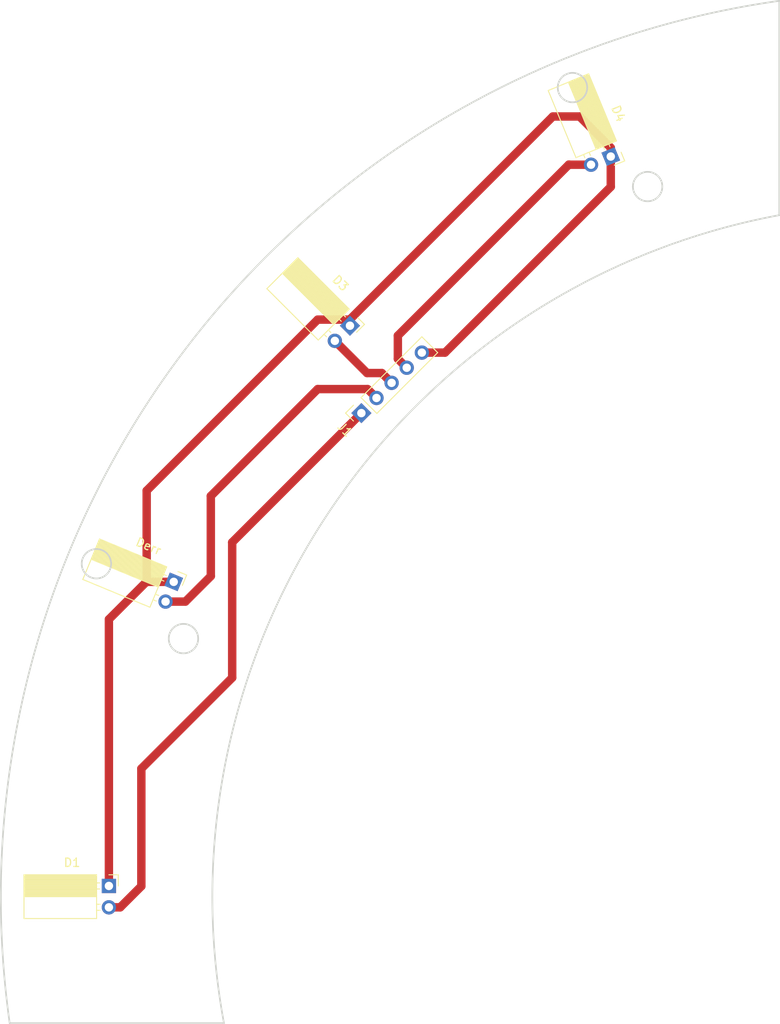
<source format=kicad_pcb>
(kicad_pcb (version 20211014) (generator pcbnew)
  (layers (0 "F.Cu" signal) (31 "B.Cu" signal) (34 "B.Paste" user) (35 "F.Paste" user) (36 "B.SilkS" user "B.Silkscreen") (37 "F.SilkS" user "F.Silkscreen") (38 "B.Mask" user) (39 "F.Mask" user) (44 "Edge.Cuts" user))
  (net 0 "")
  (net 1 "GND")
  (net 2 "Net-(D1-Pad2)")
  (net 3 "Net-(D2-Pad2)")
  (net 4 "Net-(D3-Pad2)")
  (net 5 "Net-(D4-Pad2)")
  (footprint "Connector_PinSocket_2.54mm:PinSocket_1x05_P2.54mm_Vertical" (layer "F.Cu") (at -64.657901 -57.473582 135)
    (fp_text reference "J1" (at 0 -2.77 135) (layer "F.SilkS"))
    (fp_text value "Left_LED")
    (fp_line (start 1.33 1.27) (end 1.33 11.49) (layer "F.SilkS") (width 0.12))
    (fp_line (start 0 -1.33) (end 1.33 -1.33) (layer "F.SilkS") (width 0.12))
    (fp_line (start -1.33 11.49) (end 1.33 11.49) (layer "F.SilkS") (width 0.12))
    (fp_line (start 1.33 -1.33) (end 1.33 0) (layer "F.SilkS") (width 0.12))
    (fp_line (start -1.33 1.27) (end 1.33 1.27) (layer "F.SilkS") (width 0.12))
    (fp_line (start -1.33 1.27) (end -1.33 11.49) (layer "F.SilkS") (width 0.12))
    (pad "1" thru_hole rect (at 0 0 135) (size 1.7 1.7) (drill 1) (layers *.Cu *.Mask) (net 2 "Net-(D1-Pad2)"))
    (pad "2" thru_hole oval (at 0 2.54 135) (size 1.7 1.7) (drill 1) (layers *.Cu *.Mask) (net 3 "Net-(D2-Pad2)"))
    (pad "3" thru_hole oval (at 0 5.08 135) (size 1.7 1.7) (drill 1) (layers *.Cu *.Mask) (net 4 "Net-(D3-Pad2)"))
    (pad "4" thru_hole oval (at 0 7.62 135) (size 1.7 1.7) (drill 1) (layers *.Cu *.Mask) (net 5 "Net-(D4-Pad2)"))
    (pad "5" thru_hole oval (at 0 10.16 135) (size 1.7 1.7) (drill 1) (layers *.Cu *.Mask) (net 1 "GND"))
  )
  (footprint "Connector_PinSocket_2.54mm:PinSocket_1x02_P2.54mm_Horizontal" (layer "F.Cu") (at -86.956979 -37.425782 -22.5)
    (fp_text reference "Derr" (at -4.38 -2.77 157.5) (layer "F.SilkS"))
    (fp_text value "LED")
    (fp_line (start -1.46 2.9) (end -1.05 2.9) (layer "F.SilkS") (width 0.12))
    (fp_line (start -10.09 -0.147145) (end -1.46 -0.147145) (layer "F.SilkS") (width 0.12))
    (fp_line (start -10.09 -0.02905) (end -1.46 -0.02905) (layer "F.SilkS") (width 0.12))
    (fp_line (start -10.09 0.67952) (end -1.46 0.67952) (layer "F.SilkS") (width 0.12))
    (fp_line (start -10.09 0.797615) (end -1.46 0.797615) (layer "F.SilkS") (width 0.12))
    (fp_line (start 0 -1.33) (end 1.11 -1.33) (layer "F.SilkS") (width 0.12))
    (fp_line (start -10.09 -0.26524) (end -1.46 -0.26524) (layer "F.SilkS") (width 0.12))
    (fp_line (start -10.09 1.1519) (end -1.46 1.1519) (layer "F.SilkS") (width 0.12))
    (fp_line (start -10.09 -1.33) (end -10.09 3.87) (layer "F.SilkS") (width 0.12))
    (fp_line (start -10.09 -0.855715) (end -1.46 -0.855715) (layer "F.SilkS") (width 0.12))
    (fp_line (start -10.09 3.87) (end -1.46 3.87) (layer "F.SilkS") (width 0.12))
    (fp_line (start -10.09 -1.33) (end -1.46 -1.33) (layer "F.SilkS") (width 0.12))
    (fp_line (start -10.09 -0.97381) (end -1.46 -0.97381) (layer "F.SilkS") (width 0.12))
    (fp_line (start -10.09 -0.73762) (end -1.46 -0.73762) (layer "F.SilkS") (width 0.12))
    (fp_line (start -10.09 -0.619525) (end -1.46 -0.619525) (layer "F.SilkS") (width 0.12))
    (fp_line (start -10.09 0.089045) (end -1.46 0.089045) (layer "F.SilkS") (width 0.12))
    (fp_line (start -10.09 1.033805) (end -1.46 1.033805) (layer "F.SilkS") (width 0.12))
    (fp_line (start -10.09 -1.091905) (end -1.46 -1.091905) (layer "F.SilkS") (width 0.12))
    (fp_line (start -1.46 0.36) (end -1.11 0.36) (layer "F.SilkS") (width 0.12))
    (fp_line (start -1.46 -1.33) (end -1.46 3.87) (layer "F.SilkS") (width 0.12))
    (fp_line (start -1.46 2.18) (end -1.05 2.18) (layer "F.SilkS") (width 0.12))
    (fp_line (start -10.09 0.44333) (end -1.46 0.44333) (layer "F.SilkS") (width 0.12))
    (fp_line (start -1.46 -0.36) (end -1.11 -0.36) (layer "F.SilkS") (width 0.12))
    (fp_line (start -10.09 -0.50143) (end -1.46 -0.50143) (layer "F.SilkS") (width 0.12))
    (fp_line (start -10.09 -1.21) (end -1.46 -1.21) (layer "F.SilkS") (width 0.12))
    (fp_line (start -10.09 0.91571) (end -1.46 0.91571) (layer "F.SilkS") (width 0.12))
    (fp_line (start -10.09 1.27) (end -1.46 1.27) (layer "F.SilkS") (width 0.12))
    (fp_line (start 1.11 -1.33) (end 1.11 0) (layer "F.SilkS") (width 0.12))
    (fp_line (start -10.09 0.20714) (end -1.46 0.20714) (layer "F.SilkS") (width 0.12))
    (fp_line (start -10.09 0.561425) (end -1.46 0.561425) (layer "F.SilkS") (width 0.12))
    (fp_line (start -10.09 -0.383335) (end -1.46 -0.383335) (layer "F.SilkS") (width 0.12))
    (fp_line (start -10.09 0.325235) (end -1.46 0.325235) (layer "F.SilkS") (width 0.12))
    (pad "1" thru_hole rect (at 0 0 337.5) (size 1.7 1.7) (drill 1) (layers *.Cu *.Mask) (net 1 "GND"))
    (pad "2" thru_hole oval (at 0 2.54 337.5) (size 1.7 1.7) (drill 1) (layers *.Cu *.Mask) (net 3 "Net-(D2-Pad2)"))
  )
  (footprint "Connector_PinSocket_2.54mm:PinSocket_1x02_P2.54mm_Horizontal" (layer "F.Cu") (at -35.023845 -87.951894 -67.5)
    (fp_text reference "D4" (at -4.38 -2.77 112.5) (layer "F.SilkS"))
    (fp_text value "LED")
    (fp_line (start -10.09 -1.33) (end -1.46 -1.33) (layer "F.SilkS") (width 0.12))
    (fp_line (start -10.09 -0.383335) (end -1.46 -0.383335) (layer "F.SilkS") (width 0.12))
    (fp_line (start -10.09 0.20714) (end -1.46 0.20714) (layer "F.SilkS") (width 0.12))
    (fp_line (start -10.09 -0.26524) (end -1.46 -0.26524) (layer "F.SilkS") (width 0.12))
    (fp_line (start -1.46 0.36) (end -1.11 0.36) (layer "F.SilkS") (width 0.12))
    (fp_line (start -10.09 0.91571) (end -1.46 0.91571) (layer "F.SilkS") (width 0.12))
    (fp_line (start -10.09 1.033805) (end -1.46 1.033805) (layer "F.SilkS") (width 0.12))
    (fp_line (start -10.09 -1.091905) (end -1.46 -1.091905) (layer "F.SilkS") (width 0.12))
    (fp_line (start -10.09 0.797615) (end -1.46 0.797615) (layer "F.SilkS") (width 0.12))
    (fp_line (start -10.09 -0.619525) (end -1.46 -0.619525) (layer "F.SilkS") (width 0.12))
    (fp_line (start -10.09 0.325235) (end -1.46 0.325235) (layer "F.SilkS") (width 0.12))
    (fp_line (start -10.09 1.1519) (end -1.46 1.1519) (layer "F.SilkS") (width 0.12))
    (fp_line (start -10.09 0.67952) (end -1.46 0.67952) (layer "F.SilkS") (width 0.12))
    (fp_line (start -10.09 -0.02905) (end -1.46 -0.02905) (layer "F.SilkS") (width 0.12))
    (fp_line (start -10.09 -0.50143) (end -1.46 -0.50143) (layer "F.SilkS") (width 0.12))
    (fp_line (start -10.09 0.561425) (end -1.46 0.561425) (layer "F.SilkS") (width 0.12))
    (fp_line (start -10.09 -1.21) (end -1.46 -1.21) (layer "F.SilkS") (width 0.12))
    (fp_line (start -1.46 2.9) (end -1.05 2.9) (layer "F.SilkS") (width 0.12))
    (fp_line (start -1.46 2.18) (end -1.05 2.18) (layer "F.SilkS") (width 0.12))
    (fp_line (start -10.09 0.089045) (end -1.46 0.089045) (layer "F.SilkS") (width 0.12))
    (fp_line (start 1.11 -1.33) (end 1.11 0) (layer "F.SilkS") (width 0.12))
    (fp_line (start -10.09 -0.73762) (end -1.46 -0.73762) (layer "F.SilkS") (width 0.12))
    (fp_line (start -10.09 3.87) (end -1.46 3.87) (layer "F.SilkS") (width 0.12))
    (fp_line (start -10.09 -0.97381) (end -1.46 -0.97381) (layer "F.SilkS") (width 0.12))
    (fp_line (start -10.09 -1.33) (end -10.09 3.87) (layer "F.SilkS") (width 0.12))
    (fp_line (start -10.09 -0.147145) (end -1.46 -0.147145) (layer "F.SilkS") (width 0.12))
    (fp_line (start -10.09 1.27) (end -1.46 1.27) (layer "F.SilkS") (width 0.12))
    (fp_line (start -10.09 -0.855715) (end -1.46 -0.855715) (layer "F.SilkS") (width 0.12))
    (fp_line (start -10.09 0.44333) (end -1.46 0.44333) (layer "F.SilkS") (width 0.12))
    (fp_line (start -1.46 -1.33) (end -1.46 3.87) (layer "F.SilkS") (width 0.12))
    (fp_line (start 0 -1.33) (end 1.11 -1.33) (layer "F.SilkS") (width 0.12))
    (fp_line (start -1.46 -0.36) (end -1.11 -0.36) (layer "F.SilkS") (width 0.12))
    (pad "1" thru_hole rect (at 0 0 292.5) (size 1.7 1.7) (drill 1) (layers *.Cu *.Mask) (net 1 "GND"))
    (pad "2" thru_hole oval (at 0 2.54 292.5) (size 1.7 1.7) (drill 1) (layers *.Cu *.Mask) (net 5 "Net-(D4-Pad2)"))
  )
  (footprint "Connector_PinSocket_2.54mm:PinSocket_1x02_P2.54mm_Horizontal" (layer "F.Cu") (at -94.66 -1.299919)
    (fp_text reference "D1" (at -4.38 -2.77) (layer "F.SilkS"))
    (fp_text value "LED")
    (fp_line (start -10.09 0.089045) (end -1.46 0.089045) (layer "F.SilkS") (width 0.12))
    (fp_line (start -1.46 2.18) (end -1.05 2.18) (layer "F.SilkS") (width 0.12))
    (fp_line (start -10.09 -1.33) (end -1.46 -1.33) (layer "F.SilkS") (width 0.12))
    (fp_line (start -10.09 -0.147145) (end -1.46 -0.147145) (layer "F.SilkS") (width 0.12))
    (fp_line (start -10.09 0.561425) (end -1.46 0.561425) (layer "F.SilkS") (width 0.12))
    (fp_line (start -10.09 -1.091905) (end -1.46 -1.091905) (layer "F.SilkS") (width 0.12))
    (fp_line (start -10.09 -0.97381) (end -1.46 -0.97381) (layer "F.SilkS") (width 0.12))
    (fp_line (start -10.09 1.1519) (end -1.46 1.1519) (layer "F.SilkS") (width 0.12))
    (fp_line (start -10.09 0.325235) (end -1.46 0.325235) (layer "F.SilkS") (width 0.12))
    (fp_line (start -10.09 1.27) (end -1.46 1.27) (layer "F.SilkS") (width 0.12))
    (fp_line (start -1.46 0.36) (end -1.11 0.36) (layer "F.SilkS") (width 0.12))
    (fp_line (start -10.09 -0.02905) (end -1.46 -0.02905) (layer "F.SilkS") (width 0.12))
    (fp_line (start -10.09 0.20714) (end -1.46 0.20714) (layer "F.SilkS") (width 0.12))
    (fp_line (start -10.09 0.67952) (end -1.46 0.67952) (layer "F.SilkS") (width 0.12))
    (fp_line (start 1.11 -1.33) (end 1.11 0) (layer "F.SilkS") (width 0.12))
    (fp_line (start -10.09 -1.21) (end -1.46 -1.21) (layer "F.SilkS") (width 0.12))
    (fp_line (start -10.09 -1.33) (end -10.09 3.87) (layer "F.SilkS") (width 0.12))
    (fp_line (start -10.09 -0.855715) (end -1.46 -0.855715) (layer "F.SilkS") (width 0.12))
    (fp_line (start -10.09 0.797615) (end -1.46 0.797615) (layer "F.SilkS") (width 0.12))
    (fp_line (start -10.09 -0.383335) (end -1.46 -0.383335) (layer "F.SilkS") (width 0.12))
    (fp_line (start -10.09 1.033805) (end -1.46 1.033805) (layer "F.SilkS") (width 0.12))
    (fp_line (start -10.09 0.44333) (end -1.46 0.44333) (layer "F.SilkS") (width 0.12))
    (fp_line (start -1.46 -1.33) (end -1.46 3.87) (layer "F.SilkS") (width 0.12))
    (fp_line (start -10.09 0.91571) (end -1.46 0.91571) (layer "F.SilkS") (width 0.12))
    (fp_line (start -10.09 -0.619525) (end -1.46 -0.619525) (layer "F.SilkS") (width 0.12))
    (fp_line (start -10.09 -0.73762) (end -1.46 -0.73762) (layer "F.SilkS") (width 0.12))
    (fp_line (start -10.09 -0.26524) (end -1.46 -0.26524) (layer "F.SilkS") (width 0.12))
    (fp_line (start -10.09 3.87) (end -1.46 3.87) (layer "F.SilkS") (width 0.12))
    (fp_line (start -10.09 -0.50143) (end -1.46 -0.50143) (layer "F.SilkS") (width 0.12))
    (fp_line (start -1.46 -0.36) (end -1.11 -0.36) (layer "F.SilkS") (width 0.12))
    (fp_line (start -1.46 2.9) (end -1.05 2.9) (layer "F.SilkS") (width 0.12))
    (fp_line (start 0 -1.33) (end 1.11 -1.33) (layer "F.SilkS") (width 0.12))
    (pad "1" thru_hole rect (at 0 0) (size 1.7 1.7) (drill 1) (layers *.Cu *.Mask) (net 1 "GND"))
    (pad "2" thru_hole oval (at 0 2.54) (size 1.7 1.7) (drill 1) (layers *.Cu *.Mask) (net 2 "Net-(D1-Pad2)"))
  )
  (footprint "Connector_PinSocket_2.54mm:PinSocket_1x02_P2.54mm_Horizontal" (layer "F.Cu") (at -66.015546 -67.853909 -45)
    (fp_text reference "D3" (at -4.38 -2.77 135) (layer "F.SilkS"))
    (fp_text value "LED")
    (fp_line (start -10.09 -1.21) (end -1.46 -1.21) (layer "F.SilkS") (width 0.12))
    (fp_line (start -1.46 2.18) (end -1.05 2.18) (layer "F.SilkS") (width 0.12))
    (fp_line (start -10.09 -0.97381) (end -1.46 -0.97381) (layer "F.SilkS") (width 0.12))
    (fp_line (start -10.09 1.27) (end -1.46 1.27) (layer "F.SilkS") (width 0.12))
    (fp_line (start -1.46 -0.36) (end -1.11 -0.36) (layer "F.SilkS") (width 0.12))
    (fp_line (start -1.46 2.9) (end -1.05 2.9) (layer "F.SilkS") (width 0.12))
    (fp_line (start -10.09 -1.33) (end -1.46 -1.33) (layer "F.SilkS") (width 0.12))
    (fp_line (start -10.09 0.561425) (end -1.46 0.561425) (layer "F.SilkS") (width 0.12))
    (fp_line (start -10.09 1.033805) (end -1.46 1.033805) (layer "F.SilkS") (width 0.12))
    (fp_line (start -10.09 0.797615) (end -1.46 0.797615) (layer "F.SilkS") (width 0.12))
    (fp_line (start -10.09 -0.383335) (end -1.46 -0.383335) (layer "F.SilkS") (width 0.12))
    (fp_line (start -10.09 0.67952) (end -1.46 0.67952) (layer "F.SilkS") (width 0.12))
    (fp_line (start -10.09 -0.50143) (end -1.46 -0.50143) (layer "F.SilkS") (width 0.12))
    (fp_line (start -10.09 -0.73762) (end -1.46 -0.73762) (layer "F.SilkS") (width 0.12))
    (fp_line (start -10.09 -0.619525) (end -1.46 -0.619525) (layer "F.SilkS") (width 0.12))
    (fp_line (start -10.09 0.44333) (end -1.46 0.44333) (layer "F.SilkS") (width 0.12))
    (fp_line (start -10.09 -0.147145) (end -1.46 -0.147145) (layer "F.SilkS") (width 0.12))
    (fp_line (start -1.46 0.36) (end -1.11 0.36) (layer "F.SilkS") (width 0.12))
    (fp_line (start -10.09 -0.855715) (end -1.46 -0.855715) (layer "F.SilkS") (width 0.12))
    (fp_line (start -10.09 1.1519) (end -1.46 1.1519) (layer "F.SilkS") (width 0.12))
    (fp_line (start 1.11 -1.33) (end 1.11 0) (layer "F.SilkS") (width 0.12))
    (fp_line (start -10.09 0.325235) (end -1.46 0.325235) (layer "F.SilkS") (width 0.12))
    (fp_line (start -10.09 -1.33) (end -10.09 3.87) (layer "F.SilkS") (width 0.12))
    (fp_line (start -10.09 0.91571) (end -1.46 0.91571) (layer "F.SilkS") (width 0.12))
    (fp_line (start -10.09 0.20714) (end -1.46 0.20714) (layer "F.SilkS") (width 0.12))
    (fp_line (start -10.09 3.87) (end -1.46 3.87) (layer "F.SilkS") (width 0.12))
    (fp_line (start -10.09 -0.02905) (end -1.46 -0.02905) (layer "F.SilkS") (width 0.12))
    (fp_line (start -10.09 -1.091905) (end -1.46 -1.091905) (layer "F.SilkS") (width 0.12))
    (fp_line (start -10.09 0.089045) (end -1.46 0.089045) (layer "F.SilkS") (width 0.12))
    (fp_line (start 0 -1.33) (end 1.11 -1.33) (layer "F.SilkS") (width 0.12))
    (fp_line (start -1.46 -1.33) (end -1.46 3.87) (layer "F.SilkS") (width 0.12))
    (fp_line (start -10.09 -0.26524) (end -1.46 -0.26524) (layer "F.SilkS") (width 0.12))
    (pad "1" thru_hole rect (at 0 0 315) (size 1.7 1.7) (drill 1) (layers *.Cu *.Mask) (net 1 "GND"))
    (pad "2" thru_hole oval (at 0 2.54 315) (size 1.7 1.7) (drill 1) (layers *.Cu *.Mask) (net 4 "Net-(D3-Pad2)"))
  )
  (gr_circle (center -39.575469 -96.144012) (end -37.825469 -96.144012) (layer "Edge.Cuts") (width 0.2) (fill none))
  (gr_arc (start -80.987713 15) (mid -67.873563 -46.660336) (end -15 -80.987647) (layer "Edge.Cuts") (width 0.2))
  (gr_line (start -15 -85) (end -15 -106.448434) (layer "Edge.Cuts") (width 0.2))
  (gr_line (start -15 -85) (end -15 -80.987647) (layer "Edge.Cuts") (width 0.2))
  (gr_circle (center -85.799764 -30.681568) (end -84.049764 -30.681568) (layer "Edge.Cuts") (width 0.2) (fill none))
  (gr_circle (center -96.144018 -39.575476) (end -94.394018 -39.575476) (layer "Edge.Cuts") (width 0.2) (fill none))
  (gr_line (start -80.987713 15) (end -106.448504 15) (layer "Edge.Cuts") (width 0.2))
  (gr_arc (start -106.448504 15) (mid -85.87706 -64.663833) (end -15 -106.448434) (layer "Edge.Cuts") (width 0.2))
  (gr_circle (center -30.645474 -84.385589) (end -28.895474 -84.385589) (layer "Edge.Cuts") (width 0.2) (fill none))
  (segment (start -94.66 -1.299919) (end -94.66 -32.975) (width 1) (layer "F.Cu") (net 1))
  (segment (start -66.741637 -68.58) (end -66.04 -68.58) (width 1) (layer "F.Cu") (net 1))
  (segment (start -35.023845 -88.998845) (end -35.023845 -87.951894) (width 1) (layer "F.Cu") (net 1))
  (segment (start -57.473696 -64.657787) (end -54.722213 -64.657787) (width 1) (layer "F.Cu") (net 1))
  (segment (start -94.66 -32.975) (end -90.17 -37.465) (width 1) (layer "F.Cu") (net 1))
  (segment (start -54.722213 -64.657787) (end -35.023845 -84.356155) (width 1) (layer "F.Cu") (net 1))
  (segment (start -90.130782 -37.425782) (end -86.956979 -37.425782) (width 1) (layer "F.Cu") (net 1))
  (segment (start -66.741637 -68.58) (end -66.015546 -67.853909) (width 1) (layer "F.Cu") (net 1))
  (segment (start -69.85 -68.58) (end -66.741637 -68.58) (width 1) (layer "F.Cu") (net 1))
  (segment (start -90.17 -48.26) (end -69.85 -68.58) (width 1) (layer "F.Cu") (net 1))
  (segment (start -66.04 -68.58) (end -41.91 -92.71) (width 1) (layer "F.Cu") (net 1))
  (segment (start -90.17 -37.465) (end -90.17 -48.26) (width 1) (layer "F.Cu") (net 1))
  (segment (start -35.023845 -84.356155) (end -35.023845 -87.951894) (width 1) (layer "F.Cu") (net 1))
  (segment (start -41.91 -92.71) (end -38.735 -92.71) (width 1) (layer "F.Cu") (net 1))
  (segment (start -38.735 -92.71) (end -35.023845 -88.998845) (width 1) (layer "F.Cu") (net 1))
  (segment (start -90.17 -37.465) (end -90.130782 -37.425782) (width 1) (layer "F.Cu") (net 1))
  (segment (start -90.805 -1.27) (end -93.315081 1.240081) (width 1) (layer "F.Cu") (net 2))
  (segment (start -90.805 -15.24) (end -90.805 -1.27) (width 1) (layer "F.Cu") (net 2))
  (segment (start -64.657901 -57.473582) (end -80.01 -42.121483) (width 1) (layer "F.Cu") (net 2))
  (segment (start -80.01 -26.035) (end -90.805 -15.24) (width 1) (layer "F.Cu") (net 2))
  (segment (start -93.315081 1.240081) (end -94.66 1.240081) (width 1) (layer "F.Cu") (net 2))
  (segment (start -80.01 -42.121483) (end -80.01 -26.035) (width 1) (layer "F.Cu") (net 2))
  (segment (start -63.917217 -60.325) (end -69.85 -60.325) (width 1) (layer "F.Cu") (net 3))
  (segment (start -85.570872 -35.079128) (end -87.928995 -35.079128) (width 1) (layer "F.Cu") (net 3))
  (segment (start -82.55 -38.1) (end -85.570872 -35.079128) (width 1) (layer "F.Cu") (net 3))
  (segment (start -82.55 -47.625) (end -82.55 -38.1) (width 1) (layer "F.Cu") (net 3))
  (segment (start -62.86185 -59.269633) (end -63.917217 -60.325) (width 1) (layer "F.Cu") (net 3))
  (segment (start -69.85 -60.325) (end -82.55 -47.625) (width 1) (layer "F.Cu") (net 3))
  (segment (start -62.23 -62.23) (end -62.23 -62.229885) (width 1) (layer "F.Cu") (net 4))
  (segment (start -62.23 -62.229885) (end -61.065799 -61.065684) (width 1) (layer "F.Cu") (net 4))
  (segment (start -67.811597 -66.057858) (end -63.983739 -62.23) (width 1) (layer "F.Cu") (net 4))
  (segment (start -63.983739 -62.23) (end -62.23 -62.23) (width 1) (layer "F.Cu") (net 4))
  (segment (start -40.005 -86.995) (end -39.989878 -86.979878) (width 1) (layer "F.Cu") (net 5))
  (segment (start -39.989878 -86.979878) (end -37.370499 -86.979878) (width 1) (layer "F.Cu") (net 5))
  (segment (start -60.325 -66.675) (end -40.005 -86.995) (width 1) (layer "F.Cu") (net 5))
  (segment (start -60.325 -63.916989) (end -60.325 -66.675) (width 1) (layer "F.Cu") (net 5))
  (segment (start -59.269747 -62.861736) (end -60.325 -63.916989) (width 1) (layer "F.Cu") (net 5))
)
</source>
